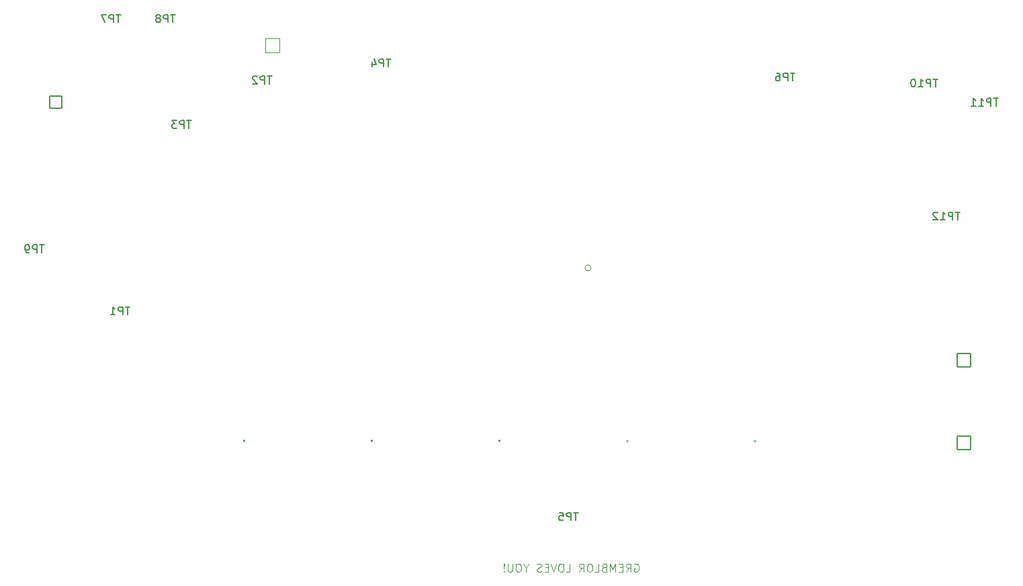
<source format=gbo>
%TF.GenerationSoftware,KiCad,Pcbnew,8.0.2*%
%TF.CreationDate,2024-05-21T21:06:14-07:00*%
%TF.ProjectId,voltage ref calibration tool,766f6c74-6167-4652-9072-65662063616c,rev?*%
%TF.SameCoordinates,Original*%
%TF.FileFunction,Legend,Bot*%
%TF.FilePolarity,Positive*%
%FSLAX46Y46*%
G04 Gerber Fmt 4.6, Leading zero omitted, Abs format (unit mm)*
G04 Created by KiCad (PCBNEW 8.0.2) date 2024-05-21 21:06:14*
%MOMM*%
%LPD*%
G01*
G04 APERTURE LIST*
G04 Aperture macros list*
%AMRoundRect*
0 Rectangle with rounded corners*
0 $1 Rounding radius*
0 $2 $3 $4 $5 $6 $7 $8 $9 X,Y pos of 4 corners*
0 Add a 4 corners polygon primitive as box body*
4,1,4,$2,$3,$4,$5,$6,$7,$8,$9,$2,$3,0*
0 Add four circle primitives for the rounded corners*
1,1,$1+$1,$2,$3*
1,1,$1+$1,$4,$5*
1,1,$1+$1,$6,$7*
1,1,$1+$1,$8,$9*
0 Add four rect primitives between the rounded corners*
20,1,$1+$1,$2,$3,$4,$5,0*
20,1,$1+$1,$4,$5,$6,$7,0*
20,1,$1+$1,$6,$7,$8,$9,0*
20,1,$1+$1,$8,$9,$2,$3,0*%
G04 Aperture macros list end*
%ADD10C,0.100000*%
%ADD11C,0.150000*%
%ADD12C,0.120000*%
%ADD13RoundRect,0.050000X0.900000X0.900000X-0.900000X0.900000X-0.900000X-0.900000X0.900000X-0.900000X0*%
%ADD14C,1.900000*%
%ADD15C,1.600000*%
%ADD16C,1.050000*%
%ADD17C,6.700000*%
%ADD18C,1.607998*%
%ADD19C,1.370000*%
%ADD20RoundRect,0.050000X0.760000X-0.760000X0.760000X0.760000X-0.760000X0.760000X-0.760000X-0.760000X0*%
%ADD21C,1.620000*%
%ADD22C,1.497000*%
%ADD23C,2.614600*%
%ADD24RoundRect,0.050000X-0.850000X-0.850000X0.850000X-0.850000X0.850000X0.850000X-0.850000X0.850000X0*%
%ADD25O,1.800000X1.800000*%
%ADD26O,3.800000X1.700000*%
%ADD27O,1.700000X3.800000*%
G04 APERTURE END LIST*
D10*
X126697381Y-108471038D02*
X126792619Y-108423419D01*
X126792619Y-108423419D02*
X126935476Y-108423419D01*
X126935476Y-108423419D02*
X127078333Y-108471038D01*
X127078333Y-108471038D02*
X127173571Y-108566276D01*
X127173571Y-108566276D02*
X127221190Y-108661514D01*
X127221190Y-108661514D02*
X127268809Y-108851990D01*
X127268809Y-108851990D02*
X127268809Y-108994847D01*
X127268809Y-108994847D02*
X127221190Y-109185323D01*
X127221190Y-109185323D02*
X127173571Y-109280561D01*
X127173571Y-109280561D02*
X127078333Y-109375800D01*
X127078333Y-109375800D02*
X126935476Y-109423419D01*
X126935476Y-109423419D02*
X126840238Y-109423419D01*
X126840238Y-109423419D02*
X126697381Y-109375800D01*
X126697381Y-109375800D02*
X126649762Y-109328180D01*
X126649762Y-109328180D02*
X126649762Y-108994847D01*
X126649762Y-108994847D02*
X126840238Y-108994847D01*
X125649762Y-109423419D02*
X125983095Y-108947228D01*
X126221190Y-109423419D02*
X126221190Y-108423419D01*
X126221190Y-108423419D02*
X125840238Y-108423419D01*
X125840238Y-108423419D02*
X125745000Y-108471038D01*
X125745000Y-108471038D02*
X125697381Y-108518657D01*
X125697381Y-108518657D02*
X125649762Y-108613895D01*
X125649762Y-108613895D02*
X125649762Y-108756752D01*
X125649762Y-108756752D02*
X125697381Y-108851990D01*
X125697381Y-108851990D02*
X125745000Y-108899609D01*
X125745000Y-108899609D02*
X125840238Y-108947228D01*
X125840238Y-108947228D02*
X126221190Y-108947228D01*
X125221190Y-108899609D02*
X124887857Y-108899609D01*
X124745000Y-109423419D02*
X125221190Y-109423419D01*
X125221190Y-109423419D02*
X125221190Y-108423419D01*
X125221190Y-108423419D02*
X124745000Y-108423419D01*
X124316428Y-109423419D02*
X124316428Y-108423419D01*
X124316428Y-108423419D02*
X123983095Y-109137704D01*
X123983095Y-109137704D02*
X123649762Y-108423419D01*
X123649762Y-108423419D02*
X123649762Y-109423419D01*
X122840238Y-108899609D02*
X122697381Y-108947228D01*
X122697381Y-108947228D02*
X122649762Y-108994847D01*
X122649762Y-108994847D02*
X122602143Y-109090085D01*
X122602143Y-109090085D02*
X122602143Y-109232942D01*
X122602143Y-109232942D02*
X122649762Y-109328180D01*
X122649762Y-109328180D02*
X122697381Y-109375800D01*
X122697381Y-109375800D02*
X122792619Y-109423419D01*
X122792619Y-109423419D02*
X123173571Y-109423419D01*
X123173571Y-109423419D02*
X123173571Y-108423419D01*
X123173571Y-108423419D02*
X122840238Y-108423419D01*
X122840238Y-108423419D02*
X122745000Y-108471038D01*
X122745000Y-108471038D02*
X122697381Y-108518657D01*
X122697381Y-108518657D02*
X122649762Y-108613895D01*
X122649762Y-108613895D02*
X122649762Y-108709133D01*
X122649762Y-108709133D02*
X122697381Y-108804371D01*
X122697381Y-108804371D02*
X122745000Y-108851990D01*
X122745000Y-108851990D02*
X122840238Y-108899609D01*
X122840238Y-108899609D02*
X123173571Y-108899609D01*
X121697381Y-109423419D02*
X122173571Y-109423419D01*
X122173571Y-109423419D02*
X122173571Y-108423419D01*
X121173571Y-108423419D02*
X120983095Y-108423419D01*
X120983095Y-108423419D02*
X120887857Y-108471038D01*
X120887857Y-108471038D02*
X120792619Y-108566276D01*
X120792619Y-108566276D02*
X120745000Y-108756752D01*
X120745000Y-108756752D02*
X120745000Y-109090085D01*
X120745000Y-109090085D02*
X120792619Y-109280561D01*
X120792619Y-109280561D02*
X120887857Y-109375800D01*
X120887857Y-109375800D02*
X120983095Y-109423419D01*
X120983095Y-109423419D02*
X121173571Y-109423419D01*
X121173571Y-109423419D02*
X121268809Y-109375800D01*
X121268809Y-109375800D02*
X121364047Y-109280561D01*
X121364047Y-109280561D02*
X121411666Y-109090085D01*
X121411666Y-109090085D02*
X121411666Y-108756752D01*
X121411666Y-108756752D02*
X121364047Y-108566276D01*
X121364047Y-108566276D02*
X121268809Y-108471038D01*
X121268809Y-108471038D02*
X121173571Y-108423419D01*
X119745000Y-109423419D02*
X120078333Y-108947228D01*
X120316428Y-109423419D02*
X120316428Y-108423419D01*
X120316428Y-108423419D02*
X119935476Y-108423419D01*
X119935476Y-108423419D02*
X119840238Y-108471038D01*
X119840238Y-108471038D02*
X119792619Y-108518657D01*
X119792619Y-108518657D02*
X119745000Y-108613895D01*
X119745000Y-108613895D02*
X119745000Y-108756752D01*
X119745000Y-108756752D02*
X119792619Y-108851990D01*
X119792619Y-108851990D02*
X119840238Y-108899609D01*
X119840238Y-108899609D02*
X119935476Y-108947228D01*
X119935476Y-108947228D02*
X120316428Y-108947228D01*
X118078333Y-109423419D02*
X118554523Y-109423419D01*
X118554523Y-109423419D02*
X118554523Y-108423419D01*
X117554523Y-108423419D02*
X117364047Y-108423419D01*
X117364047Y-108423419D02*
X117268809Y-108471038D01*
X117268809Y-108471038D02*
X117173571Y-108566276D01*
X117173571Y-108566276D02*
X117125952Y-108756752D01*
X117125952Y-108756752D02*
X117125952Y-109090085D01*
X117125952Y-109090085D02*
X117173571Y-109280561D01*
X117173571Y-109280561D02*
X117268809Y-109375800D01*
X117268809Y-109375800D02*
X117364047Y-109423419D01*
X117364047Y-109423419D02*
X117554523Y-109423419D01*
X117554523Y-109423419D02*
X117649761Y-109375800D01*
X117649761Y-109375800D02*
X117744999Y-109280561D01*
X117744999Y-109280561D02*
X117792618Y-109090085D01*
X117792618Y-109090085D02*
X117792618Y-108756752D01*
X117792618Y-108756752D02*
X117744999Y-108566276D01*
X117744999Y-108566276D02*
X117649761Y-108471038D01*
X117649761Y-108471038D02*
X117554523Y-108423419D01*
X116840237Y-108423419D02*
X116506904Y-109423419D01*
X116506904Y-109423419D02*
X116173571Y-108423419D01*
X115840237Y-108899609D02*
X115506904Y-108899609D01*
X115364047Y-109423419D02*
X115840237Y-109423419D01*
X115840237Y-109423419D02*
X115840237Y-108423419D01*
X115840237Y-108423419D02*
X115364047Y-108423419D01*
X114983094Y-109375800D02*
X114840237Y-109423419D01*
X114840237Y-109423419D02*
X114602142Y-109423419D01*
X114602142Y-109423419D02*
X114506904Y-109375800D01*
X114506904Y-109375800D02*
X114459285Y-109328180D01*
X114459285Y-109328180D02*
X114411666Y-109232942D01*
X114411666Y-109232942D02*
X114411666Y-109137704D01*
X114411666Y-109137704D02*
X114459285Y-109042466D01*
X114459285Y-109042466D02*
X114506904Y-108994847D01*
X114506904Y-108994847D02*
X114602142Y-108947228D01*
X114602142Y-108947228D02*
X114792618Y-108899609D01*
X114792618Y-108899609D02*
X114887856Y-108851990D01*
X114887856Y-108851990D02*
X114935475Y-108804371D01*
X114935475Y-108804371D02*
X114983094Y-108709133D01*
X114983094Y-108709133D02*
X114983094Y-108613895D01*
X114983094Y-108613895D02*
X114935475Y-108518657D01*
X114935475Y-108518657D02*
X114887856Y-108471038D01*
X114887856Y-108471038D02*
X114792618Y-108423419D01*
X114792618Y-108423419D02*
X114554523Y-108423419D01*
X114554523Y-108423419D02*
X114411666Y-108471038D01*
X113030713Y-108947228D02*
X113030713Y-109423419D01*
X113364046Y-108423419D02*
X113030713Y-108947228D01*
X113030713Y-108947228D02*
X112697380Y-108423419D01*
X112173570Y-108423419D02*
X111983094Y-108423419D01*
X111983094Y-108423419D02*
X111887856Y-108471038D01*
X111887856Y-108471038D02*
X111792618Y-108566276D01*
X111792618Y-108566276D02*
X111744999Y-108756752D01*
X111744999Y-108756752D02*
X111744999Y-109090085D01*
X111744999Y-109090085D02*
X111792618Y-109280561D01*
X111792618Y-109280561D02*
X111887856Y-109375800D01*
X111887856Y-109375800D02*
X111983094Y-109423419D01*
X111983094Y-109423419D02*
X112173570Y-109423419D01*
X112173570Y-109423419D02*
X112268808Y-109375800D01*
X112268808Y-109375800D02*
X112364046Y-109280561D01*
X112364046Y-109280561D02*
X112411665Y-109090085D01*
X112411665Y-109090085D02*
X112411665Y-108756752D01*
X112411665Y-108756752D02*
X112364046Y-108566276D01*
X112364046Y-108566276D02*
X112268808Y-108471038D01*
X112268808Y-108471038D02*
X112173570Y-108423419D01*
X111316427Y-108423419D02*
X111316427Y-109232942D01*
X111316427Y-109232942D02*
X111268808Y-109328180D01*
X111268808Y-109328180D02*
X111221189Y-109375800D01*
X111221189Y-109375800D02*
X111125951Y-109423419D01*
X111125951Y-109423419D02*
X110935475Y-109423419D01*
X110935475Y-109423419D02*
X110840237Y-109375800D01*
X110840237Y-109375800D02*
X110792618Y-109328180D01*
X110792618Y-109328180D02*
X110744999Y-109232942D01*
X110744999Y-109232942D02*
X110744999Y-108423419D01*
X110268808Y-109328180D02*
X110221189Y-109375800D01*
X110221189Y-109375800D02*
X110268808Y-109423419D01*
X110268808Y-109423419D02*
X110316427Y-109375800D01*
X110316427Y-109375800D02*
X110268808Y-109328180D01*
X110268808Y-109328180D02*
X110268808Y-109423419D01*
X110268808Y-109042466D02*
X110316427Y-108471038D01*
X110316427Y-108471038D02*
X110268808Y-108423419D01*
X110268808Y-108423419D02*
X110221189Y-108471038D01*
X110221189Y-108471038D02*
X110268808Y-109042466D01*
X110268808Y-109042466D02*
X110268808Y-108423419D01*
D11*
X68825904Y-39233819D02*
X68254476Y-39233819D01*
X68540190Y-40233819D02*
X68540190Y-39233819D01*
X67921142Y-40233819D02*
X67921142Y-39233819D01*
X67921142Y-39233819D02*
X67540190Y-39233819D01*
X67540190Y-39233819D02*
X67444952Y-39281438D01*
X67444952Y-39281438D02*
X67397333Y-39329057D01*
X67397333Y-39329057D02*
X67349714Y-39424295D01*
X67349714Y-39424295D02*
X67349714Y-39567152D01*
X67349714Y-39567152D02*
X67397333Y-39662390D01*
X67397333Y-39662390D02*
X67444952Y-39710009D01*
X67444952Y-39710009D02*
X67540190Y-39757628D01*
X67540190Y-39757628D02*
X67921142Y-39757628D01*
X66778285Y-39662390D02*
X66873523Y-39614771D01*
X66873523Y-39614771D02*
X66921142Y-39567152D01*
X66921142Y-39567152D02*
X66968761Y-39471914D01*
X66968761Y-39471914D02*
X66968761Y-39424295D01*
X66968761Y-39424295D02*
X66921142Y-39329057D01*
X66921142Y-39329057D02*
X66873523Y-39281438D01*
X66873523Y-39281438D02*
X66778285Y-39233819D01*
X66778285Y-39233819D02*
X66587809Y-39233819D01*
X66587809Y-39233819D02*
X66492571Y-39281438D01*
X66492571Y-39281438D02*
X66444952Y-39329057D01*
X66444952Y-39329057D02*
X66397333Y-39424295D01*
X66397333Y-39424295D02*
X66397333Y-39471914D01*
X66397333Y-39471914D02*
X66444952Y-39567152D01*
X66444952Y-39567152D02*
X66492571Y-39614771D01*
X66492571Y-39614771D02*
X66587809Y-39662390D01*
X66587809Y-39662390D02*
X66778285Y-39662390D01*
X66778285Y-39662390D02*
X66873523Y-39710009D01*
X66873523Y-39710009D02*
X66921142Y-39757628D01*
X66921142Y-39757628D02*
X66968761Y-39852866D01*
X66968761Y-39852866D02*
X66968761Y-40043342D01*
X66968761Y-40043342D02*
X66921142Y-40138580D01*
X66921142Y-40138580D02*
X66873523Y-40186200D01*
X66873523Y-40186200D02*
X66778285Y-40233819D01*
X66778285Y-40233819D02*
X66587809Y-40233819D01*
X66587809Y-40233819D02*
X66492571Y-40186200D01*
X66492571Y-40186200D02*
X66444952Y-40138580D01*
X66444952Y-40138580D02*
X66397333Y-40043342D01*
X66397333Y-40043342D02*
X66397333Y-39852866D01*
X66397333Y-39852866D02*
X66444952Y-39757628D01*
X66444952Y-39757628D02*
X66492571Y-39710009D01*
X66492571Y-39710009D02*
X66587809Y-39662390D01*
X52315904Y-68260819D02*
X51744476Y-68260819D01*
X52030190Y-69260819D02*
X52030190Y-68260819D01*
X51411142Y-69260819D02*
X51411142Y-68260819D01*
X51411142Y-68260819D02*
X51030190Y-68260819D01*
X51030190Y-68260819D02*
X50934952Y-68308438D01*
X50934952Y-68308438D02*
X50887333Y-68356057D01*
X50887333Y-68356057D02*
X50839714Y-68451295D01*
X50839714Y-68451295D02*
X50839714Y-68594152D01*
X50839714Y-68594152D02*
X50887333Y-68689390D01*
X50887333Y-68689390D02*
X50934952Y-68737009D01*
X50934952Y-68737009D02*
X51030190Y-68784628D01*
X51030190Y-68784628D02*
X51411142Y-68784628D01*
X50363523Y-69260819D02*
X50173047Y-69260819D01*
X50173047Y-69260819D02*
X50077809Y-69213200D01*
X50077809Y-69213200D02*
X50030190Y-69165580D01*
X50030190Y-69165580D02*
X49934952Y-69022723D01*
X49934952Y-69022723D02*
X49887333Y-68832247D01*
X49887333Y-68832247D02*
X49887333Y-68451295D01*
X49887333Y-68451295D02*
X49934952Y-68356057D01*
X49934952Y-68356057D02*
X49982571Y-68308438D01*
X49982571Y-68308438D02*
X50077809Y-68260819D01*
X50077809Y-68260819D02*
X50268285Y-68260819D01*
X50268285Y-68260819D02*
X50363523Y-68308438D01*
X50363523Y-68308438D02*
X50411142Y-68356057D01*
X50411142Y-68356057D02*
X50458761Y-68451295D01*
X50458761Y-68451295D02*
X50458761Y-68689390D01*
X50458761Y-68689390D02*
X50411142Y-68784628D01*
X50411142Y-68784628D02*
X50363523Y-68832247D01*
X50363523Y-68832247D02*
X50268285Y-68879866D01*
X50268285Y-68879866D02*
X50077809Y-68879866D01*
X50077809Y-68879866D02*
X49982571Y-68832247D01*
X49982571Y-68832247D02*
X49934952Y-68784628D01*
X49934952Y-68784628D02*
X49887333Y-68689390D01*
X172553094Y-49774819D02*
X171981666Y-49774819D01*
X172267380Y-50774819D02*
X172267380Y-49774819D01*
X171648332Y-50774819D02*
X171648332Y-49774819D01*
X171648332Y-49774819D02*
X171267380Y-49774819D01*
X171267380Y-49774819D02*
X171172142Y-49822438D01*
X171172142Y-49822438D02*
X171124523Y-49870057D01*
X171124523Y-49870057D02*
X171076904Y-49965295D01*
X171076904Y-49965295D02*
X171076904Y-50108152D01*
X171076904Y-50108152D02*
X171124523Y-50203390D01*
X171124523Y-50203390D02*
X171172142Y-50251009D01*
X171172142Y-50251009D02*
X171267380Y-50298628D01*
X171267380Y-50298628D02*
X171648332Y-50298628D01*
X170124523Y-50774819D02*
X170695951Y-50774819D01*
X170410237Y-50774819D02*
X170410237Y-49774819D01*
X170410237Y-49774819D02*
X170505475Y-49917676D01*
X170505475Y-49917676D02*
X170600713Y-50012914D01*
X170600713Y-50012914D02*
X170695951Y-50060533D01*
X169172142Y-50774819D02*
X169743570Y-50774819D01*
X169457856Y-50774819D02*
X169457856Y-49774819D01*
X169457856Y-49774819D02*
X169553094Y-49917676D01*
X169553094Y-49917676D02*
X169648332Y-50012914D01*
X169648332Y-50012914D02*
X169743570Y-50060533D01*
X70857904Y-52568819D02*
X70286476Y-52568819D01*
X70572190Y-53568819D02*
X70572190Y-52568819D01*
X69953142Y-53568819D02*
X69953142Y-52568819D01*
X69953142Y-52568819D02*
X69572190Y-52568819D01*
X69572190Y-52568819D02*
X69476952Y-52616438D01*
X69476952Y-52616438D02*
X69429333Y-52664057D01*
X69429333Y-52664057D02*
X69381714Y-52759295D01*
X69381714Y-52759295D02*
X69381714Y-52902152D01*
X69381714Y-52902152D02*
X69429333Y-52997390D01*
X69429333Y-52997390D02*
X69476952Y-53045009D01*
X69476952Y-53045009D02*
X69572190Y-53092628D01*
X69572190Y-53092628D02*
X69953142Y-53092628D01*
X69048380Y-52568819D02*
X68429333Y-52568819D01*
X68429333Y-52568819D02*
X68762666Y-52949771D01*
X68762666Y-52949771D02*
X68619809Y-52949771D01*
X68619809Y-52949771D02*
X68524571Y-52997390D01*
X68524571Y-52997390D02*
X68476952Y-53045009D01*
X68476952Y-53045009D02*
X68429333Y-53140247D01*
X68429333Y-53140247D02*
X68429333Y-53378342D01*
X68429333Y-53378342D02*
X68476952Y-53473580D01*
X68476952Y-53473580D02*
X68524571Y-53521200D01*
X68524571Y-53521200D02*
X68619809Y-53568819D01*
X68619809Y-53568819D02*
X68905523Y-53568819D01*
X68905523Y-53568819D02*
X69000761Y-53521200D01*
X69000761Y-53521200D02*
X69048380Y-53473580D01*
X81017904Y-46980819D02*
X80446476Y-46980819D01*
X80732190Y-47980819D02*
X80732190Y-46980819D01*
X80113142Y-47980819D02*
X80113142Y-46980819D01*
X80113142Y-46980819D02*
X79732190Y-46980819D01*
X79732190Y-46980819D02*
X79636952Y-47028438D01*
X79636952Y-47028438D02*
X79589333Y-47076057D01*
X79589333Y-47076057D02*
X79541714Y-47171295D01*
X79541714Y-47171295D02*
X79541714Y-47314152D01*
X79541714Y-47314152D02*
X79589333Y-47409390D01*
X79589333Y-47409390D02*
X79636952Y-47457009D01*
X79636952Y-47457009D02*
X79732190Y-47504628D01*
X79732190Y-47504628D02*
X80113142Y-47504628D01*
X79160761Y-47076057D02*
X79113142Y-47028438D01*
X79113142Y-47028438D02*
X79017904Y-46980819D01*
X79017904Y-46980819D02*
X78779809Y-46980819D01*
X78779809Y-46980819D02*
X78684571Y-47028438D01*
X78684571Y-47028438D02*
X78636952Y-47076057D01*
X78636952Y-47076057D02*
X78589333Y-47171295D01*
X78589333Y-47171295D02*
X78589333Y-47266533D01*
X78589333Y-47266533D02*
X78636952Y-47409390D01*
X78636952Y-47409390D02*
X79208380Y-47980819D01*
X79208380Y-47980819D02*
X78589333Y-47980819D01*
X61967904Y-39233819D02*
X61396476Y-39233819D01*
X61682190Y-40233819D02*
X61682190Y-39233819D01*
X61063142Y-40233819D02*
X61063142Y-39233819D01*
X61063142Y-39233819D02*
X60682190Y-39233819D01*
X60682190Y-39233819D02*
X60586952Y-39281438D01*
X60586952Y-39281438D02*
X60539333Y-39329057D01*
X60539333Y-39329057D02*
X60491714Y-39424295D01*
X60491714Y-39424295D02*
X60491714Y-39567152D01*
X60491714Y-39567152D02*
X60539333Y-39662390D01*
X60539333Y-39662390D02*
X60586952Y-39710009D01*
X60586952Y-39710009D02*
X60682190Y-39757628D01*
X60682190Y-39757628D02*
X61063142Y-39757628D01*
X60158380Y-39233819D02*
X59491714Y-39233819D01*
X59491714Y-39233819D02*
X59920285Y-40233819D01*
X96003904Y-44821819D02*
X95432476Y-44821819D01*
X95718190Y-45821819D02*
X95718190Y-44821819D01*
X95099142Y-45821819D02*
X95099142Y-44821819D01*
X95099142Y-44821819D02*
X94718190Y-44821819D01*
X94718190Y-44821819D02*
X94622952Y-44869438D01*
X94622952Y-44869438D02*
X94575333Y-44917057D01*
X94575333Y-44917057D02*
X94527714Y-45012295D01*
X94527714Y-45012295D02*
X94527714Y-45155152D01*
X94527714Y-45155152D02*
X94575333Y-45250390D01*
X94575333Y-45250390D02*
X94622952Y-45298009D01*
X94622952Y-45298009D02*
X94718190Y-45345628D01*
X94718190Y-45345628D02*
X95099142Y-45345628D01*
X93670571Y-45155152D02*
X93670571Y-45821819D01*
X93908666Y-44774200D02*
X94146761Y-45488485D01*
X94146761Y-45488485D02*
X93527714Y-45488485D01*
X63110904Y-76063819D02*
X62539476Y-76063819D01*
X62825190Y-77063819D02*
X62825190Y-76063819D01*
X62206142Y-77063819D02*
X62206142Y-76063819D01*
X62206142Y-76063819D02*
X61825190Y-76063819D01*
X61825190Y-76063819D02*
X61729952Y-76111438D01*
X61729952Y-76111438D02*
X61682333Y-76159057D01*
X61682333Y-76159057D02*
X61634714Y-76254295D01*
X61634714Y-76254295D02*
X61634714Y-76397152D01*
X61634714Y-76397152D02*
X61682333Y-76492390D01*
X61682333Y-76492390D02*
X61729952Y-76540009D01*
X61729952Y-76540009D02*
X61825190Y-76587628D01*
X61825190Y-76587628D02*
X62206142Y-76587628D01*
X60682333Y-77063819D02*
X61253761Y-77063819D01*
X60968047Y-77063819D02*
X60968047Y-76063819D01*
X60968047Y-76063819D02*
X61063285Y-76206676D01*
X61063285Y-76206676D02*
X61158523Y-76301914D01*
X61158523Y-76301914D02*
X61253761Y-76349533D01*
X164933094Y-47361819D02*
X164361666Y-47361819D01*
X164647380Y-48361819D02*
X164647380Y-47361819D01*
X164028332Y-48361819D02*
X164028332Y-47361819D01*
X164028332Y-47361819D02*
X163647380Y-47361819D01*
X163647380Y-47361819D02*
X163552142Y-47409438D01*
X163552142Y-47409438D02*
X163504523Y-47457057D01*
X163504523Y-47457057D02*
X163456904Y-47552295D01*
X163456904Y-47552295D02*
X163456904Y-47695152D01*
X163456904Y-47695152D02*
X163504523Y-47790390D01*
X163504523Y-47790390D02*
X163552142Y-47838009D01*
X163552142Y-47838009D02*
X163647380Y-47885628D01*
X163647380Y-47885628D02*
X164028332Y-47885628D01*
X162504523Y-48361819D02*
X163075951Y-48361819D01*
X162790237Y-48361819D02*
X162790237Y-47361819D01*
X162790237Y-47361819D02*
X162885475Y-47504676D01*
X162885475Y-47504676D02*
X162980713Y-47599914D01*
X162980713Y-47599914D02*
X163075951Y-47647533D01*
X161885475Y-47361819D02*
X161790237Y-47361819D01*
X161790237Y-47361819D02*
X161694999Y-47409438D01*
X161694999Y-47409438D02*
X161647380Y-47457057D01*
X161647380Y-47457057D02*
X161599761Y-47552295D01*
X161599761Y-47552295D02*
X161552142Y-47742771D01*
X161552142Y-47742771D02*
X161552142Y-47980866D01*
X161552142Y-47980866D02*
X161599761Y-48171342D01*
X161599761Y-48171342D02*
X161647380Y-48266580D01*
X161647380Y-48266580D02*
X161694999Y-48314200D01*
X161694999Y-48314200D02*
X161790237Y-48361819D01*
X161790237Y-48361819D02*
X161885475Y-48361819D01*
X161885475Y-48361819D02*
X161980713Y-48314200D01*
X161980713Y-48314200D02*
X162028332Y-48266580D01*
X162028332Y-48266580D02*
X162075951Y-48171342D01*
X162075951Y-48171342D02*
X162123570Y-47980866D01*
X162123570Y-47980866D02*
X162123570Y-47742771D01*
X162123570Y-47742771D02*
X162075951Y-47552295D01*
X162075951Y-47552295D02*
X162028332Y-47457057D01*
X162028332Y-47457057D02*
X161980713Y-47409438D01*
X161980713Y-47409438D02*
X161885475Y-47361819D01*
X167727094Y-64125819D02*
X167155666Y-64125819D01*
X167441380Y-65125819D02*
X167441380Y-64125819D01*
X166822332Y-65125819D02*
X166822332Y-64125819D01*
X166822332Y-64125819D02*
X166441380Y-64125819D01*
X166441380Y-64125819D02*
X166346142Y-64173438D01*
X166346142Y-64173438D02*
X166298523Y-64221057D01*
X166298523Y-64221057D02*
X166250904Y-64316295D01*
X166250904Y-64316295D02*
X166250904Y-64459152D01*
X166250904Y-64459152D02*
X166298523Y-64554390D01*
X166298523Y-64554390D02*
X166346142Y-64602009D01*
X166346142Y-64602009D02*
X166441380Y-64649628D01*
X166441380Y-64649628D02*
X166822332Y-64649628D01*
X165298523Y-65125819D02*
X165869951Y-65125819D01*
X165584237Y-65125819D02*
X165584237Y-64125819D01*
X165584237Y-64125819D02*
X165679475Y-64268676D01*
X165679475Y-64268676D02*
X165774713Y-64363914D01*
X165774713Y-64363914D02*
X165869951Y-64411533D01*
X164917570Y-64221057D02*
X164869951Y-64173438D01*
X164869951Y-64173438D02*
X164774713Y-64125819D01*
X164774713Y-64125819D02*
X164536618Y-64125819D01*
X164536618Y-64125819D02*
X164441380Y-64173438D01*
X164441380Y-64173438D02*
X164393761Y-64221057D01*
X164393761Y-64221057D02*
X164346142Y-64316295D01*
X164346142Y-64316295D02*
X164346142Y-64411533D01*
X164346142Y-64411533D02*
X164393761Y-64554390D01*
X164393761Y-64554390D02*
X164965189Y-65125819D01*
X164965189Y-65125819D02*
X164346142Y-65125819D01*
X119625904Y-101971819D02*
X119054476Y-101971819D01*
X119340190Y-102971819D02*
X119340190Y-101971819D01*
X118721142Y-102971819D02*
X118721142Y-101971819D01*
X118721142Y-101971819D02*
X118340190Y-101971819D01*
X118340190Y-101971819D02*
X118244952Y-102019438D01*
X118244952Y-102019438D02*
X118197333Y-102067057D01*
X118197333Y-102067057D02*
X118149714Y-102162295D01*
X118149714Y-102162295D02*
X118149714Y-102305152D01*
X118149714Y-102305152D02*
X118197333Y-102400390D01*
X118197333Y-102400390D02*
X118244952Y-102448009D01*
X118244952Y-102448009D02*
X118340190Y-102495628D01*
X118340190Y-102495628D02*
X118721142Y-102495628D01*
X117244952Y-101971819D02*
X117721142Y-101971819D01*
X117721142Y-101971819D02*
X117768761Y-102448009D01*
X117768761Y-102448009D02*
X117721142Y-102400390D01*
X117721142Y-102400390D02*
X117625904Y-102352771D01*
X117625904Y-102352771D02*
X117387809Y-102352771D01*
X117387809Y-102352771D02*
X117292571Y-102400390D01*
X117292571Y-102400390D02*
X117244952Y-102448009D01*
X117244952Y-102448009D02*
X117197333Y-102543247D01*
X117197333Y-102543247D02*
X117197333Y-102781342D01*
X117197333Y-102781342D02*
X117244952Y-102876580D01*
X117244952Y-102876580D02*
X117292571Y-102924200D01*
X117292571Y-102924200D02*
X117387809Y-102971819D01*
X117387809Y-102971819D02*
X117625904Y-102971819D01*
X117625904Y-102971819D02*
X117721142Y-102924200D01*
X117721142Y-102924200D02*
X117768761Y-102876580D01*
X146930904Y-46599819D02*
X146359476Y-46599819D01*
X146645190Y-47599819D02*
X146645190Y-46599819D01*
X146026142Y-47599819D02*
X146026142Y-46599819D01*
X146026142Y-46599819D02*
X145645190Y-46599819D01*
X145645190Y-46599819D02*
X145549952Y-46647438D01*
X145549952Y-46647438D02*
X145502333Y-46695057D01*
X145502333Y-46695057D02*
X145454714Y-46790295D01*
X145454714Y-46790295D02*
X145454714Y-46933152D01*
X145454714Y-46933152D02*
X145502333Y-47028390D01*
X145502333Y-47028390D02*
X145549952Y-47076009D01*
X145549952Y-47076009D02*
X145645190Y-47123628D01*
X145645190Y-47123628D02*
X146026142Y-47123628D01*
X144597571Y-46599819D02*
X144788047Y-46599819D01*
X144788047Y-46599819D02*
X144883285Y-46647438D01*
X144883285Y-46647438D02*
X144930904Y-46695057D01*
X144930904Y-46695057D02*
X145026142Y-46837914D01*
X145026142Y-46837914D02*
X145073761Y-47028390D01*
X145073761Y-47028390D02*
X145073761Y-47409342D01*
X145073761Y-47409342D02*
X145026142Y-47504580D01*
X145026142Y-47504580D02*
X144978523Y-47552200D01*
X144978523Y-47552200D02*
X144883285Y-47599819D01*
X144883285Y-47599819D02*
X144692809Y-47599819D01*
X144692809Y-47599819D02*
X144597571Y-47552200D01*
X144597571Y-47552200D02*
X144549952Y-47504580D01*
X144549952Y-47504580D02*
X144502333Y-47409342D01*
X144502333Y-47409342D02*
X144502333Y-47171247D01*
X144502333Y-47171247D02*
X144549952Y-47076009D01*
X144549952Y-47076009D02*
X144597571Y-47028390D01*
X144597571Y-47028390D02*
X144692809Y-46980771D01*
X144692809Y-46980771D02*
X144883285Y-46980771D01*
X144883285Y-46980771D02*
X144978523Y-47028390D01*
X144978523Y-47028390D02*
X145026142Y-47076009D01*
X145026142Y-47076009D02*
X145073761Y-47171247D01*
D12*
%TO.C,SW2*%
X142033002Y-92964000D02*
G75*
G02*
X141779002Y-92964000I-127000J0D01*
G01*
X141779002Y-92964000D02*
G75*
G02*
X142033002Y-92964000I127000J0D01*
G01*
%TO.C,SW1*%
X121234000Y-71153000D02*
G75*
G02*
X120472000Y-71153000I-381000J0D01*
G01*
X120472000Y-71153000D02*
G75*
G02*
X121234000Y-71153000I381000J0D01*
G01*
%TO.C,SW4*%
X109838502Y-92964000D02*
G75*
G02*
X109584502Y-92964000I-127000J0D01*
G01*
X109584502Y-92964000D02*
G75*
G02*
X109838502Y-92964000I127000J0D01*
G01*
%TO.C,SW6*%
X77644002Y-92964000D02*
G75*
G02*
X77390002Y-92964000I-127000J0D01*
G01*
X77390002Y-92964000D02*
G75*
G02*
X77644002Y-92964000I127000J0D01*
G01*
%TO.C,SW3*%
X125935752Y-92964000D02*
G75*
G02*
X125681752Y-92964000I-127000J0D01*
G01*
X125681752Y-92964000D02*
G75*
G02*
X125935752Y-92964000I127000J0D01*
G01*
%TO.C,SW5*%
X93741252Y-92964000D02*
G75*
G02*
X93487252Y-92964000I-127000J0D01*
G01*
X93487252Y-92964000D02*
G75*
G02*
X93741252Y-92964000I127000J0D01*
G01*
%TD*%
%LPC*%
D13*
%TO.C,D3*%
X81153000Y-43180000D03*
D14*
X78613000Y-43180000D03*
%TD*%
D15*
%TO.C,TP8*%
X67564000Y-41529000D03*
%TD*%
%TO.C,TP9*%
X51054000Y-67056000D03*
%TD*%
%TO.C,TP11*%
X170815000Y-52070000D03*
%TD*%
D16*
%TO.C,H4*%
X175178000Y-106887000D03*
X175880944Y-105189944D03*
X175880944Y-108584056D03*
X177578000Y-104487000D03*
D17*
X177578000Y-106887000D03*
D16*
X177578000Y-109287000D03*
X179275056Y-105189944D03*
X179275056Y-108584056D03*
X179978000Y-106887000D03*
%TD*%
D18*
%TO.C,SW2*%
X143279002Y-92964000D03*
X136779000Y-92964000D03*
X143279002Y-88463999D03*
X136779000Y-88463999D03*
%TD*%
D19*
%TO.C,J2*%
X55753000Y-59243976D03*
X55753000Y-47244000D03*
D20*
X53793000Y-50243999D03*
D21*
X53793000Y-53243998D03*
X53793000Y-56243997D03*
%TD*%
D22*
%TO.C,SW1*%
X117522000Y-71153000D03*
X115022000Y-71153000D03*
X112522000Y-71153000D03*
X110022000Y-71153000D03*
X107522000Y-71153000D03*
X107522000Y-52853001D03*
X110022000Y-52853001D03*
X112522000Y-52853001D03*
X115022000Y-52853001D03*
X117522000Y-52853001D03*
D23*
X120522002Y-61023068D03*
X104521998Y-61023068D03*
%TD*%
D15*
%TO.C,TP3*%
X69596000Y-54864000D03*
%TD*%
D24*
%TO.C,J4*%
X168275000Y-82799000D03*
D25*
X168275000Y-85339000D03*
%TD*%
D18*
%TO.C,SW4*%
X111084502Y-92964000D03*
X104584500Y-92964000D03*
X111084502Y-88463999D03*
X104584500Y-88463999D03*
%TD*%
%TO.C,SW6*%
X78890002Y-92964000D03*
X72390000Y-92964000D03*
X78890002Y-88463999D03*
X72390000Y-88463999D03*
%TD*%
D15*
%TO.C,TP2*%
X79756000Y-49276000D03*
%TD*%
%TO.C,TP7*%
X60706000Y-41529000D03*
%TD*%
D18*
%TO.C,SW3*%
X127181752Y-92964000D03*
X120681750Y-92964000D03*
X127181752Y-88463999D03*
X120681750Y-88463999D03*
%TD*%
D15*
%TO.C,TP4*%
X94742000Y-47117000D03*
%TD*%
%TO.C,TP1*%
X61849000Y-78359000D03*
%TD*%
%TO.C,TP10*%
X163195000Y-49657000D03*
%TD*%
D16*
%TO.C,H1*%
X39383000Y-38608000D03*
X40085944Y-36910944D03*
X40085944Y-40305056D03*
X41783000Y-36208000D03*
D17*
X41783000Y-38608000D03*
D16*
X41783000Y-41008000D03*
X43480056Y-36910944D03*
X43480056Y-40305056D03*
X44183000Y-38608000D03*
%TD*%
D18*
%TO.C,SW5*%
X94987252Y-92964000D03*
X88487250Y-92964000D03*
X94987252Y-88463999D03*
X88487250Y-88463999D03*
%TD*%
D26*
%TO.C,J3*%
X176431061Y-66792899D03*
X176531137Y-58692900D03*
D27*
X171731139Y-64492899D03*
%TD*%
D15*
%TO.C,TP12*%
X165989000Y-66421000D03*
%TD*%
D24*
%TO.C,J5*%
X168275000Y-93218000D03*
D25*
X168275000Y-95758000D03*
%TD*%
D26*
%TO.C,J1*%
X60351924Y-92427999D03*
X60452000Y-84328000D03*
D27*
X55652002Y-90127999D03*
%TD*%
D15*
%TO.C,TP5*%
X118364000Y-104267000D03*
%TD*%
D16*
%TO.C,H3*%
X39383000Y-106887000D03*
X40085944Y-105189944D03*
X40085944Y-108584056D03*
X41783000Y-104487000D03*
D17*
X41783000Y-106887000D03*
D16*
X41783000Y-109287000D03*
X43480056Y-105189944D03*
X43480056Y-108584056D03*
X44183000Y-106887000D03*
%TD*%
D15*
%TO.C,TP6*%
X145669000Y-48895000D03*
%TD*%
D16*
%TO.C,H2*%
X175178000Y-38608000D03*
X175880944Y-36910944D03*
X175880944Y-40305056D03*
X177578000Y-36208000D03*
D17*
X177578000Y-38608000D03*
D16*
X177578000Y-41008000D03*
X179275056Y-36910944D03*
X179275056Y-40305056D03*
X179978000Y-38608000D03*
%TD*%
%LPD*%
M02*

</source>
